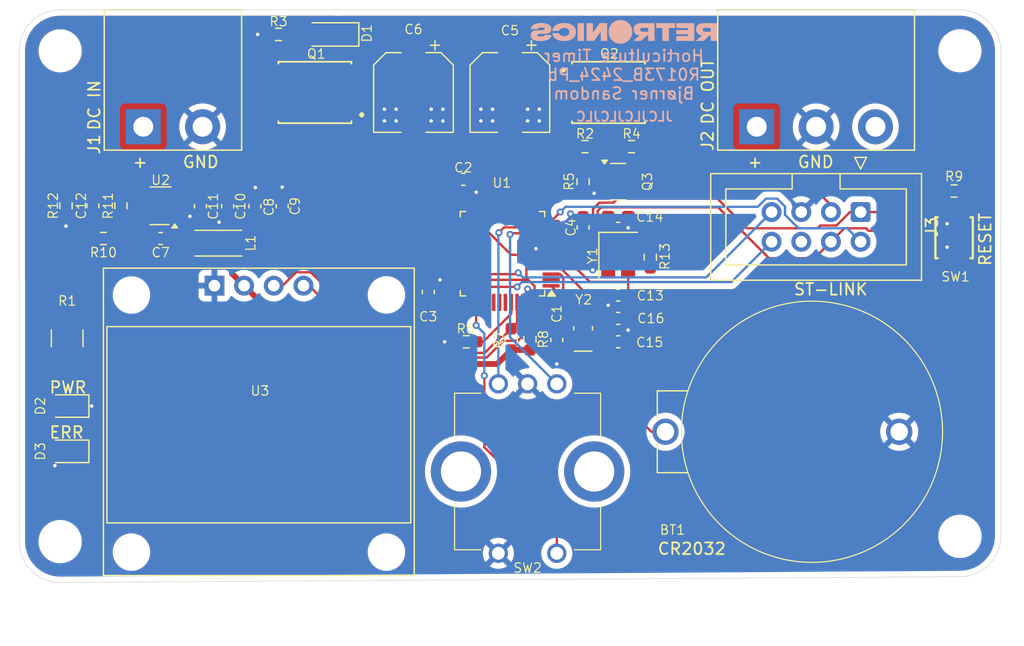
<source format=kicad_pcb>
(kicad_pcb (version 20240108) (generator "pcbnew") (generator_version "8.0")
  (layers (0 "F.Cu" signal) (31 "B.Cu" signal) (34 "B.Paste" user) (35 "F.Paste" user) (36 "B.SilkS" user "B.Silkscreen") (37 "F.SilkS" user "F.Silkscreen") (38 "B.Mask" user) (39 "F.Mask" user) (44 "Edge.Cuts" user))
  (net 0 "")
  (net 1 "GND")
  (net 2 "Net-(BT1-+)")
  (net 3 "+3.3V")
  (net 4 "+19V")
  (net 5 "Net-(U1-OSC_8M_A)")
  (net 6 "Net-(U1-OSC_8M_B)")
  (net 7 "Net-(U1-OSC32K_A)")
  (net 8 "Net-(U1-OSC32K_B)")
  (net 9 "Net-(D1-A)")
  (net 10 "Net-(D2-A)")
  (net 12 "PA2_TX2")
  (net 13 "PA14_SWCLK")
  (net 14 "PA13_SWDIO")
  (net 16 "PA3_RX2")
  (net 17 "~{RESET}")
  (net 18 "Net-(Q3-D)")
  (net 19 "OUTPUT_EN")
  (net 20 "Net-(U1-BOOT0)")
  (net 21 "SCL1")
  (net 22 "SDA1")
  (net 23 "ENC_SW")
  (net 24 "ENC_B")
  (net 25 "ENC_A")
  (net 32 "Net-(U2-SW)")
  (net 35 "Net-(U2-BOOT)")
  (net 46 "/DC IN")
  (net 47 "/DC OUT")
  (net 51 "Net-(Q2-G)")
  (net 52 "Net-(C12-Pad2)")
  (net 53 "Net-(U2-FB)")
  (footprint "Resistor_SMD:R_0603_1608Metric_Pad0.98x0.95mm_HandSolder" (layer "F.Cu") (at 79.5 54.2625 -90)
    (property "Reference" "R12")
    (property "Value" "22kΩ")
  )
  (footprint "LED_SMD:LED_0805_2012Metric_Pad1.15x1.40mm_HandSolder" (layer "F.Cu") (at 79.6 75.275 180)
    (property "Reference" "D3")
    (property "Value" "Red")
  )
  (footprint "Retronics_Passives:R_0603_1608Metric_Pad0.98x0.95mm_HandSolder" (layer "F.Cu") (at 119.2 65.6875 90)
    (property "Reference" "R8")
    (property "Value" "10kΩ")
  )
  (footprint "Capacitor_SMD:C_0603_1608Metric_Pad1.08x0.95mm_HandSolder" (layer "F.Cu") (at 87.6 57.0625 180)
    (property "Reference" "C7")
    (property "Value" "100nF")
  )
  (footprint "Retronics_Passives:R_0603_1608Metric_Pad0.98x0.95mm_HandSolder" (layer "F.Cu") (at 117.6 65.6875 90)
    (property "Reference" "R7")
    (property "Value" "10kΩ")
  )
  (footprint "Retronics_Passives:R_0603_1608Metric_Pad0.98x0.95mm_HandSolder" (layer "F.Cu") (at 155.5 53 180)
    (property "Reference" "R9")
    (property "Value" "10kΩ")
  )
  (footprint "Retronics_Passives:R_0603_1608Metric_Pad0.98x0.95mm_HandSolder" (layer "F.Cu") (at 97.6875 39.6 180)
    (property "Reference" "R3")
    (property "Value" "100kΩ")
  )
  (footprint "Retronics_Passives:C_0603_1608Metric_Pad1.08x0.95mm_HandSolder" (layer "F.Cu") (at 126.75 61.904)
    (property "Reference" "C13")
    (property "Value" "20pF")
  )
  (footprint "Retronics_Passives:R_0603_1608Metric_Pad0.98x0.95mm_HandSolder" (layer "F.Cu") (at 127.9 49.2)
    (property "Reference" "R4")
    (property "Value" "10kΩ")
  )
  (footprint "Retronics_Passives:C_0603_1608Metric_Pad1.08x0.95mm_HandSolder" (layer "F.Cu") (at 126.75 65.9)
    (property "Reference" "C15")
    (property "Value" "20pF")
  )
  (footprint "Retronics_Passives:C_0603_1608Metric_Pad1.08x0.95mm_HandSolder" (layer "F.Cu") (at 121.5 65.75 90)
    (property "Reference" "C1")
    (property "Value" "100nF")
  )
  (footprint "Capacitor_SMD:CP_Elec_6.3x7.7" (layer "F.Cu") (at 117.485932 44.565 -90)
    (property "Reference" "C5")
    (property "Value" "100µF 35V")
  )
  (footprint "Crystal:Crystal_SMD_3225-4Pin_3.2x2.5mm" (layer "F.Cu") (at 126.75 58.536 -90)
    (property "Reference" "Y1")
    (property "Value" "XC32M4-8.000 12pF")
  )
  (footprint "Retronics_Passives:R_0603_1608Metric_Pad0.98x0.95mm_HandSolder" (layer "F.Cu") (at 129.5 58.6625 -90)
    (property "Reference" "R13")
    (property "Value" "1MΩ")
  )
  (footprint "Package_TO_SOT_SMD:SOT-23-6_Handsoldering" (layer "F.Cu") (at 87.6 54.2625 180)
    (property "Reference" "U2")
    (property "Value" "TPS54302")
  )
  (footprint "Capacitor_SMD:C_0603_1608Metric_Pad1.08x0.95mm_HandSolder" (layer "F.Cu") (at 91 54.3 90)
    (property "Reference" "C11")
    (property "Value" "100nF")
  )
  (footprint "Retronics_Hardware:BS7" (layer "F.Cu") (at 150.8 73.6 180)
    (property "Reference" "BT1")
    (property "Value" "CR2032" (hide yes))
  )
  (footprint "LED_SMD:LED_0805_2012Metric_Pad1.15x1.40mm_HandSolder" (layer "F.Cu") (at 79.6 71.4 180)
    (property "Reference" "D2")
    (property "Value" "Green")
  )
  (footprint "Retronics_Passives:C_0603_1608Metric_Pad1.08x0.95mm_HandSolder" (layer "F.Cu") (at 110.5 61.6375 90)
    (property "Reference" "C3")
    (property "Value" "100nF")
  )
  (footprint "MountingHole:MountingHole_3.2mm_M3" (layer "F.Cu") (at 79 83)
    (property "Reference" "H3" (hide yes))
    (property "Value" "MountingHole")
  )
  (footprint "Retronics_Discrete:SON8_SI7135DP-T1-GE3_VIS" (layer "F.Cu") (at 100.8 44.565 180)
    (property "Reference" "Q1")
    (property "Value" "SI7145")
  )
  (footprint "Retronics_Connectors:Pluggable_DB2ERC-5.08-3P-BK" (layer "F.Cu") (at 138.61 47.5)
    (property "Reference" "J2")
    (property "Value" "Output")
  )
  (footprint "Inductor_SMD:L_Taiyo-Yuden_NR-20xx_HandSoldering" (layer "F.Cu") (at 92.525 57.4625)
    (property "Reference" "L1")
    (property "Value" "10µH 1A")
  )
  (footprint "Capacitor_SMD:C_0603_1608Metric_Pad1.08x0.95mm_HandSolder" (layer "F.Cu") (at 95.666666 54.3 -90)
    (property "Reference" "C8")
    (property "Value" "22µF 10V")
  )
  (footprint "Retronics_Passives:R_1210_3225Metric_Pad1.30x2.65mm_HandSolder" (layer "F.Cu") (at 79.6 65.6 -90)
    (property "Reference" "R1")
    (property "Value" "5.6kΩ 0.5W")
  )
  (footprint "Retronics_Discrete:SON8_SI7135DP-T1-GE3_VIS" (layer "F.Cu") (at 125.921 44.565)
    (property "Reference" "Q2")
    (property "Value" "SI7145")
  )
  (footprint "Retronics_Passives:C_0603_1608Metric_Pad1.08x0.95mm_HandSolder" (layer "F.Cu") (at 126.75 55.168 180)
    (property "Reference" "C14")
    (property "Value" "20pF")
  )
  (footprint "MountingHole:MountingHole_3.2mm_M3" (layer "F.Cu") (at 156 41)
    (property "Reference" "H2" (hide yes))
    (property "Value" "MountingHole")
  )
  (footprint "Retronics_Connectors:Pluggable_DB2ERC-5.08-2P-BK" (layer "F.Cu") (at 86.11 47.5)
    (property "Reference" "J1")
    (property "Value" "DC Input 19V")
  )
  (footprint "Retronics_Switches:SKTHACE010" (layer "F.Cu") (at 155.5 57 90)
    (property "Reference" "SW1")
    (property "Value" "RESET" (hide yes))
  )
  (footprint "Retronics_Passives:C_0603_1608Metric_Pad1.08x0.95mm_HandSolder" (layer "F.Cu") (at 123.75 56.1125 90)
    (property "Reference" "C4")
    (property "Value" "100nF")
  )
  (footprint "Retronics_Passives:C_0603_1608Metric_Pad1.08x0.95mm_HandSolder" (layer "F.Cu") (at 113.5 52)
    (property "Reference" "C2")
    (property "Value" "100nF")
  )
  (footprint "Retronics_Connectors:IDC-Header_2x04_P2.54mm_Vertical" (layer "F.Cu") (at 147.5 54.8 -90)
    (property "Reference" "J3")
    (property "Value" "SWDIO+Serial")
  )
  (footprint "Retronics_Passives:R_0603_1608Metric_Pad0.98x0.95mm_HandSolder" (layer "F.Cu") (at 123.75 52.2 -90)
    (property "Reference" "R5")
    (property "Value" "10kΩ")
  )
  (footprint "Package_TO_SOT_SMD:SOT-23" (layer "F.Cu") (at 126.75 52.2)
    (property "Reference" "Q3")
    (property "Value" "BSS138")
  )
  (footprint "Resistor_SMD:R_0603_1608Metric_Pad0.98x0.95mm_HandSolder" (layer "F.Cu") (at 84.2 54.2625 90)
    (property "Reference" "R11")
    (property "Value" "100kΩ")
  )
  (footprint "MountingHole:MountingHole_3.2mm_M3" (layer "F.Cu") (at 156 82.55)
    (property "Reference" "H4" (hide yes))
    (property "Value" "MountingHole")
  )
  (footprint "Retronics_Switches:PEC11R-4020F-S0012" (layer "F.Cu") (at 121.5 84 180)
    (property "Reference" "SW2")
    (property "Value" "PEC11R-4020F-S0012" (hide yes))
  )
  (footprint "Retronics_Passives:R_0603_1608Metric_Pad0.98x0.95mm_HandSolder" (layer "F.Cu") (at 123.9125 49.2)
    (property "Reference" "R2")
    (property "Value" "10kΩ")
  )
  (footprint "Retronics_Passives:R_0603_1608Metric_Pad0.98x0.95mm_HandSolder" (layer "F.Cu") (at 113.75 65.9)
    (property "Reference" "R6")
    (property "Value" "10kΩ")
  )
  (footprint "Crystal:Crystal_SMD_MicroCrystal_CC8V-T1A-2Pin_2.0x1.2mm_HandSoldering" (layer "F.Cu") (at 123.75 64.75 90)
    (property "Reference" "Y2")
    (property "Value" "CM8V-T1A-32.768KHZ-12.5PF")
  )
  (footprint "Capacitor_SMD:C_0603_1608Metric_Pad1.08x0.95mm_HandSolder" (layer "F.Cu") (at 81.8 54.2625 -90)
    (property "Reference" "C12")
    (property "Value" "75pF")
  )
  (footprint "Diode_SMD:D_SOD-123" (layer "F.Cu") (at 102.2 39.6 180)
    (property "Reference" "D1")
    (property "Value" "12V")
  )
  (footprint "Capacitor_SMD:CP_Elec_6.3x7.7" (layer "F.Cu") (at 109.235066 44.565 -90)
    (property "Reference" "C6")
    (property "Value" "100µF 35V")
  )
  (footprint "MountingHole:MountingHole_3.2mm_M3" (layer "F.Cu") (at 79 41)
    (property "Reference" "H1" (hide yes))
    (property "Value" "MountingHole")
  )
  (footprint "Package_QFP:LQFP-48_7x7mm_P0.5mm" (layer "F.Cu") (at 116.85 58.3625 180)
    (property "Reference" "U1")
    (property "Value" "STM32F103CBT")
  )
  (footprint "Retronics_Passives:C_0603_1608Metric_Pad1.08x0.95mm_HandSolder" (layer "F.Cu") (at 126.75 63.902 180)
    (property "Reference" "C16")
    (property "Value" "20pF")
  )
  (footprint "Capacitor_SMD:C_0603_1608Metric_Pad1.08x0.95mm_HandSolder" (layer "F.Cu") (at 98 54.3 -90)
    (property "Reference" "C9")
    (property "Value" "22µF 10V")
  )
  (footprint "Resistor_SMD:R_0603_1608Metric_Pad0.98x0.95mm_HandSolder" (layer "F.Cu") (at 82.7 57.0625 180)
    (property "Reference" "R10")
    (property "Value" "49.9Ω")
  )
  (footprint "Retronics_Displays:Display_OLED_0.96in_I2C" (layer "F.Cu") (at 92.2 61.1)
    (property "Reference" "U3")
    (property "Value" "Display_OLED_0.96_I2C")
  )
  (footprint "Capacitor_SMD:C_0603_1608Metric_Pad1.08x0.95mm_HandSolder" (layer "F.Cu") (at 93.333333 54.3 90)
    (property "Reference" "C10")
    (property "Value" "10µF 35V")
  )
  (footprint "Icons_Graphics:retronics_logo_18mm" (layer "B.Cu") (at 127.236435 39.35 180)
    (property "Reference" "G***" (hide yes))
    (property "Value" "LOGO" (hide yes))
  )
  (gr_arc (start 79 86.5) (mid 76.525126 85.474874) (end 75.5 83) (stroke (width 0.05)) (layer "Edge.Cuts"))
  (gr_line (start 75.5 83) (end 75.5 41) (stroke (width 0.05)) (layer "Edge.Cuts"))
  (gr_arc (start 159.5 82.5) (mid 158.474874 84.974874) (end 156 86) (stroke (width 0.05)) (layer "Edge.Cuts"))
  (gr_line (start 159.5 41) (end 159.5 82.5) (stroke (width 0.05)) (layer "Edge.Cuts"))
  (gr_arc (start 75.5 41) (mid 76.525126 38.525126) (end 79 37.5) (stroke (width 0.05)) (layer "Edge.Cuts"))
  (gr_line (start 79 37.5) (end 156 37.5) (stroke (width 0.05)) (layer "Edge.Cuts"))
  (gr_line (start 156 86) (end 79 86.5) (stroke (width 0.05)) (layer "Edge.Cuts"))
  (gr_arc (start 156 37.5) (mid 158.474874 38.525126) (end 159.5 41) (stroke (width 0.05)) (layer "Edge.Cuts"))
  (gr_text "Horticulture Timer\nR0173B_2424_Pb\nBjørner Sandom\n\n" (at 127.240714 46.85 0) (layer "B.SilkS") (effects (font (size 1 1)) (justify bottom mirror)))
  (gr_text "JLCJLCJLCJLC" (at 131.5 47.1 0) (layer "B.SilkS") (effects (font (size 0.8 0.8) (thickness 0.15) (bold yes)) (justify left bottom mirror)))
  (gr_text "+    GND" (at 85.125 51.1 0) (layer "F.SilkS") (effects (font (size 1 1)) (justify left bottom)))
  (gr_text "." (at 104.25 46.75 0) (layer "F.SilkS") (effects (font (size 1.5 1.5) (thickness 0.3) (bold yes)) (justify left bottom)))
  (gr_text "CR2032" (at 130.05 84.2 0) (layer "F.SilkS") (effects (font (size 1 1)) (justify left bottom)))
  (gr_text "DC IN" (at 82.50175 47.9 90) (layer "F.SilkS") (effects (font (size 1 1)) (justify left bottom)))
  (gr_text "PWR" (at 78 70.4 0) (layer "F.SilkS") (effects (font (size 1 1)) (justify left bottom)))
  (gr_text "ERR" (at 78 74.25 0) (layer "F.SilkS") (effects (font (size 1 1)) (justify left bottom)))
  (gr_text "+    GND" (at 137.75 51.1 0) (layer "F.SilkS") (effects (font (size 1 1)) (justify left bottom)))
  (gr_text "RESET" (at 158.75 59.5 90) (layer "F.SilkS") (effects (font (size 1 1)) (justify left bottom)))
  (gr_text "DC OUT" (at 135.00175 47.4 90) (layer "F.SilkS") (effects (font (size 1 1)) (justify left bottom)))
  (gr_text "." (at 121.5 42.9 0) (layer "F.SilkS") (effects (font (size 1.5 1.5) (thickness 0.3) (bold yes)) (justify left bottom)))
  (gr_text "ST-LINK" (at 141.7 62 0) (layer "F.SilkS") (effects (font (size 1 1)) (justify left bottom)))
  (segment (start 111.4875 60.6125) (end 110.6625 60.6125) (width 0.2) (layer "F.Cu") (net 1))
  (segment (start 125.8875 62.7625) (end 125.9 62.775) (width 0.2) (layer "F.Cu") (net 1))
  (segment (start 114.6 53.1) (end 114.6 54.2) (width 0.2) (layer "F.Cu") (net 1))
  (segment (start 88.95 55.2125) (end 90.05 55.2125) (width 0.5) (layer "F.Cu") (net 1))
  (segment (start 90.05 55.2125) (end 90.1 55.1625) (width 0.5) (layer "F.Cu") (net 1))
  (segment (start 123.75 55.25) (end 122.975 55.25) (width 0.2) (layer "F.Cu") (net 1))
  (segment (start 125.8125 53.15) (end 124.75 53.15) (width 0.2) (layer "F.Cu") (net 1))
  (segment (start 125.9 59.636) (end 124.689 59.636) (width 0.2) (layer "F.Cu") (net 1))
  (segment (start 78.575 75.275) (end 78.575 76.475) (width 0.2) (layer "F.Cu") (net 1))
  (segment (start 154.85 57.85) (end 154.9 57.8) (width 0.2) (layer "F.Cu") (net 1))
  (segment (start 154.85 55.75) (end 154.9 55.8) (width 0.2) (layer "F.Cu") (net 1))
  (segment (start 95.666666 53.4375) (end 95.666666 52.733334) (width 0.5) (layer "F.Cu") (net 1))
  (segment (start 110.6625 60.6125) (end 110.5 60.775) (width 0.2) (layer "F.Cu") (net 1))
  (segment (start 127.6 57.436) (end 127.6 56.15) (width 0.2) (layer "F.Cu") (net 1))
  (segment (start 127.6125 65.9) (end 127.6125 64.9125) (width 0.2) (layer "F.Cu") (net 1))
  (segment (start 127.6 56.15) (end 127.6 55.1805) (width 0.2) (layer "F.Cu") (net 1))
  (segment (start 154.85 58.975) (end 154.85 57.85) (width 0.2) (layer "F.Cu") (net 1))
  (segment (start 114.3625 52) (end 114.6 52.2375) (width 0.2) (layer "F.Cu") (net 1))
  (segment (start 112.8375 65.9) (end 111.9 65.9) (width 0.2) (layer "F.Cu") (net 1))
  (segment (start 114.6 52.2375) (end 114.6 53.1) (width 0.2) (layer "F.Cu") (net 1))
  (segment (start 90.95 55.2125) (end 91 55.1625) (width 0.5) (layer "F.Cu") (net 1))
  (segment (start 124.65 53.15) (end 123.7875 53.15) (width 0.2) (layer "F.Cu") (net 1))
  (segment (start 127.6 64.9) (end 127.6125 64.8875) (width 0.2) (layer "F.Cu") (net 1))
  (segment (start 124.75 53.15) (end 124.7 53.2) (width 0.2) (layer "F.Cu") (net 1))
  (segment (start 111.5 60.6) (end 111.4875 60.6125) (width 0.2) (layer "F.Cu") (net 1))
  (segment (start 124.689 59.636) (end 124.575 59.75) (width 0.2) (layer "F.Cu") (net 1))
  (segment (start 106.75 46) (end 111.75 46) (width 0.5) (layer "F.Cu") (net 1))
  (segment (start 127.6 55.1805) (end 127.6125 55.168) (width 0.2) (layer "F.Cu") (net 1))
  (segment (start 79.5 55.175) (end 79.5 56) (width 0.2) (layer "F.Cu") (net 1))
  (segment (start 115 46) (end 120 46) (width 0.5) (layer "F.Cu") (net 1))
  (segment (start 98 53.4375) (end 98 52.6625) (width 0.5) (layer "F.Cu") (net 1))
  (segment (start 119.1 61.488112) (end 119.1 62.525) (width 0.2) (layer "F.Cu") (net 1))
  (segment (start 112.6875 60.6125) (end 111.5125 60.6125) (width 0.2) (layer "F.Cu") (net 1))
  (segment (start 127.6125 64.9125) (end 127.6 64.9) (width 0.2) (layer "F.Cu") (net 1))
  (segment (start 154.85 55.025) (end 154.85 55.75) (width 0.2) (layer "F.Cu") (net 1))
  (segment (start 120.03603 57.6125) (end 119.711765 57.936765) (width 0.2) (layer "F.Cu") (net 1))
  (segment (start 124.7 53.2) (end 124.65 53.15) (width 0.2) (layer "F.Cu") (net 1))
  (segment (start 119 61.388112) (end 119.1 61.488112) (width 0.2) (layer "F.Cu") (net 1))
  (segment (start 127.6125 64.8875) (end 127.6125 63.902) (width 0.2) (layer "F.Cu") (net 1))
  (segment (start 80.625 71.4) (end 81.7 71.4) (width 0.2) (layer "F.Cu") (net 1))
  (segment (start 111.5125 60.6125) (end 111.5 60.6) (width 0.2) (layer "F.Cu") (net 1))
  (segment (start 121.5 66.6125) (end 121.5 67.8) (width 0.2) (layer "F.Cu") (net 1))
  (segment (start 121.0125 57.6125) (end 120.03603 57.6125) (width 0.2) (layer "F.Cu") (net 1))
  (segment (start 96.775 39.6) (end 95.9 39.6) (width 0.2) (layer "F.Cu") (net 1))
  (segment (start 93.333333 55.1625) (end 93.1 55.1625) (width 0.5) (layer "F.Cu") (net 1))
  (segment (start 106.75 47) (end 111.75 47) (width 0.5) (layer "F.Cu") (net 1))
  (segment (start 115 47) (end 120 47) (width 0.5) (layer "F.Cu") (net 1))
  (segment (start 125.8875 61.904) (end 125.8875 62.7625) (width 0.2) (layer "F.Cu") (net 1))
  (segment (start 123.7875 53.15) (end 123.75 53.1125) (width 0.2) (layer "F.Cu") (net 1))
  (segment (start 95.666666 52.733334) (end 95.7 52.7) (width 0.5) (layer "F.Cu") (net 1))
  (segment (start 122.975 55.25) (end 122.675 54.95) (width 0.2) (layer "F.Cu") (net 1))
  (segment (start 90.15 55.2125) (end 90.95 55.2125) (width 0.5) (layer "F.Cu") (net 1))
  (segment (start 78.575 76.475) (end 78.55 76.5) (width 0.2) (layer "F.Cu") (net 1))
  (segment (start 90.1 55.1625) (end 90.15 55.2125) (width 0.5) (layer "F.Cu") (net 1))
  (segment (start 93.1 55.1625) (end 92.6 55.6625) (width 0.5) (layer "F.Cu") (net 1))
  (via (at 107.75 47) (size 0.6) (drill 0.3) (layers "F.Cu" "B.Cu") (net 1))
  (via (at 111.75 46) (size 0.6) (drill 0.3) (layers "F.Cu" "B.Cu") (net 1))
  (via (at 119 61.388112) (size 0.6) (drill 0.3) (layers "F.Cu" "B.Cu") (net 1))
  (via (at 122.675 54.95) (size 0.6) (drill 0.3) (layers "F.Cu" "B.Cu") (net 1))
  (via (at 119 46) (size 0.6) (drill 0.3) (layers "F.Cu" "B.Cu") (net 1))
  (via (at 121.5 67.8) (size 0.6) (drill 0.3) (layers "F.Cu" "B.Cu") (net 1))
  (via (at 78.55 76.5) (size 0.6) (drill 0.3) (layers "F.Cu" "B.Cu") (net 1))
  (via (at 127.6 56.15) (size 0.6) (drill 0.3) (layers "F.Cu" "B.Cu") (net 1))
  (via (at 119.711765 57.936765) (size 0.6) (drill 0.3) (layers "F.Cu" "B.Cu") (net 1))
  (via (at 125.9 62.775) (size 0.6) (drill 0.3) (layers "F.Cu" "B.Cu") (net 1))
  (via (at 124.575 59.75) (size 0.6) (drill 0.3) (layers "F.Cu" "B.Cu") (net 1))
  (via (at 119 47) (size 0.6) (drill 0.3) (layers "F.Cu" "B.Cu") (net 1))
  (via (at 116 46) (size 0.6) (drill 0.3) (layers "F.Cu" "B.Cu") (net 1))
  (via (at 120 46) (size 0.6) (drill 0.3) (layers "F.Cu" "B.Cu") (net 1))
  (via (at 106.75 47) (size 0.6) (drill 0.3) (layers "F.Cu" "B.Cu") (net 1))
  (via (at 95.7 52.7) (size 0.6) (drill 0.3) (layers "F.Cu" "B.Cu") (net 1))
  (via (at 81.7 71.4) (size 0.6) (drill 0.3) (layers "F.Cu" "B.Cu") (net 1))
  (via (at 111.75 47) (size 0.6) (drill 0.3) (layers "F.Cu" "B.Cu") (net 1))
  (via (at 110.75 47) (size 0.6) (drill 0.3) (layers "F.Cu" "B.Cu") (net 1))
  (via (at 111.9 65.9) (size 0.6) (drill 0.3) (layers "F.Cu" "B.Cu") (net 1))
  (via (at 116 47) (size 0.6) (drill 0.3) (layers "F.Cu" "B.Cu") (net 1))
  (via (at 124.7 53.2) (size 0.6) (drill 0.3) (layers "F.Cu" "B.Cu") (net 1))
  (via (at 95.9 39.6) (size 0.6) (drill 0.3) (layers "F.Cu" "B.Cu") (net 1))
  (via (at 110.75 46) (size 0.6) (drill 0.3) (layers "F.Cu" "B.Cu") (net 1))
  (via (at 92.6 55.6625) (size 0.6) (drill 0.3) (layers "F.Cu" "B.Cu") (net 1))
  (via (at 90.1 55.1625) (size 0.6) (drill 0.3) (layers "F.Cu" "B.Cu") (net 1))
  (via (at 98 52.6625) (size 0.6) (drill 0.3) (layers "F.Cu" "B.Cu") (net 1))
  (via (at 107.75 46) (size 0.6) (drill 0.3) (layers "F.Cu" "B.Cu") (net 1))
  (via (at 127.6 64.9) (size 0.6) (drill 0.3) (layers "F.Cu" "B.Cu") (net 1))
  (via (at 111.5 60.6) (size 0.6) (drill 0.3) (layers "F.Cu" "B.Cu") (net 1))
  (via (at 154.9 55.8) (size 0.6) (drill 0.3) (layers "F.Cu" "B.Cu") (net 1))
  (via (at 114.6 53.1) (size 0.6) (drill 0.3) (layers "F.Cu" "B.Cu") (net 1))
  (via (at 79.5 56) (size 0.6) (drill 0.3) (layers "F.Cu" "B.Cu") (net 1))
  (via (at 120 47) (size 0.6) (drill 0.3) (layers "F.Cu" "B.Cu") (net 1))
  (via (at 106.75 46) (size 0.6) (drill 0.3) (layers "F.Cu" "B.Cu") (net 1))
  (via (at 115 46) (size 0.6) (drill 0.3) (layers "F.Cu" "B.Cu") (net 1))
  (via (at 115 47) (size 0.6) (drill 0.3) (layers "F.Cu" "B.Cu") (net 1))
  (via (at 154.9 57.8) (size 0.6) (drill 0.3) (layers "F.Cu" "B.Cu") (net 1))
  (segment (start 121.5 64.8875) (end 121.5 61.6) (width 0.2) (layer "F.Cu") (net 2))
  (segment (start 129.6 73.6) (end 130.8 73.6) (width 0.2) (layer "F.Cu") (net 2))
  (segment (start 122.275 66.275) (end 129.6 73.6) (width 0.2) (layer "F.Cu") (net 2))
  (segment (start 121.5 64.8875) (end 122.275 65.6625) (width 0.2) (layer "F.Cu") (net 2))
  (segment (start 121.5 61.6) (end 121.0125 61.1125) (width 0.2) (layer "F.Cu") (net 2))
  (segment (start 122.275 65.6625) (end 122.275 66.275) (width 0.2) (layer "F.Cu") (net 2))
  (segment (start 124.6 54.534314) (end 124.6 56.125) (width 0.2) (layer "F.Cu") (net 3))
  (segment (start 152.7875 54.8) (end 154.5875 53) (width 0.2) (layer "F.Cu") (net 3))
  (segment (start 93.7 58.7625) (end 93.7 60.06) (width 0.5) (layer "F.Cu") (net 3))
  (segment (start 85.3125 58.7625) (end 93.7 58.7625) (width 0.2) (layer "F.Cu") (net 3))
  (segment (start 143.81 56.19) (end 137.79 56.19) (width 0.2) (layer "F.Cu") (net 3))
  (segment (start 111.2 62.5) (end 110.5 62.5) (width 0.2) (layer "F.Cu") (net 3))
  (segment (start 112.6875 61.1125) (end 113.45741 61.1125) (width 0.2) (layer "F.Cu") (net 3))
  (segment (start 121.0125 57.1125) (end 119.6875 57.1125) (width 0.2) (layer "F.Cu") (net 3))
  (segment (start 117.6 66.6) (end 116.4 67.8) (width 0.5) (layer "F.Cu") (net 3))
  (segment (start 124.6 56.125) (end 123.75 56.975) (width 0.2) (layer "F.Cu") (net 3))
  (segment (start 120.3 65.5) (end 120.3 63.125) (width 0.5) (layer "F.Cu") (net 3))
  (segment (start 126.690552 53.65) (end 126.347552 53.993) (width 0.2) (layer "F.Cu") (net 3))
  (segment (start 125.141314 53.993) (end 124.6 54.534314) (width 0.2) (layer "F.Cu") (net 3))
  (segment (start 137.79 56.19) (end 135.25 53.65) (width 0.2) (layer "F.Cu") (net 3))
  (segment (start 119.6875 57.1125) (end 118.9 57.9) (width 0.2) (layer "F.Cu") (net 3))
  (segment (start 119.6 61.139583) (end 119.060417 60.6) (width 0.2) (layer "F.Cu") (net 3))
  (segment (start 93.7 57.129166) (end 95.666666 55.1625) (width 0.5) (layer "F.Cu") (net 3))
  (segment (start 116.4 67.8) (end 101.44 67.8) (width 0.5) (layer "F.Cu") (net 3))
  (segment (start 93.7 60.06) (end 94.74 61.1) (width 0.5) (layer "F.Cu") (net 3))
  (segment (start 113.96991 60.6) (end 118.9 60.6) (width 0.2) (layer "F.Cu") (net 3))
  (segment (start 119.060417 60.6) (end 118.9 60.6) (width 0.2) (layer "F.Cu") (net 3))
  (segment (start 95.666666 55.1625) (end 98 55.1625) (width 0.5) (layer "F.Cu") (net 3))
  (segment (start 112.6375 52) (end 112.6375 52.7375) (width 0.2) (layer "F.Cu") (net 3))
  (segment (start 144.05 55.95) (end 143.81 56.19) (width 0.2) (layer "F.Cu") (net 3))
  (segment (start 126.347552 53.993) (end 125.141314 53.993) (width 0.2) (layer "F.Cu") (net 3))
  (segment (start 83.6125 57.0625) (end 85.3125 58.7625) (width 0.2) (layer "F.Cu") (net 3))
  (segment (start 147.5 54.8) (end 152.7875 54.8) (width 0.2) (layer "F.Cu") (net 3))
  (segment (start 112.5875 61.1125) (end 111.2 62.5) (width 0.2) (layer "F.Cu") (net 3))
  (segment (start 119.2 66.6) (end 117.6 66.6) (width 0.5) (layer "F.Cu") (net 3))
  (segment (start 119.6 62.525) (end 119.6 61.139583) (width 0.2) (layer "F.Cu") (net 3))
  (segment (start 114.1 54.2) (end 114.1 54.96991) (width 0.2) (layer "F.Cu") (net 3))
  (segment (start 114.1 54.96991) (end 117.58518 58.45509) (width 0.2) (layer "F.Cu") (net 3))
  (segment (start 117.58518 58.45509) (end 118.9 58.45509) (width 0.2) (layer "F.Cu") (net 3))
  (segment (start 101.44 67.8) (end 94.74 61.1) (width 0.5) (layer "F.Cu") (net 3))
  (segment (start 120.3 63.125) (end 119.7 62.525) (width 0.5) (layer "F.Cu") (net 3))
  (segment (start 145.436346 55.95) (end 144.05 55.95) (width 0.2) (layer "F.Cu") (net 3))
  (segment (start 118.9 57.9) (end 118.9 58.45509) (width 0.2) (layer "F.Cu") (net 3))
  (segment (start 93.7 57.4625) (end 93.7 57.129166) (width 0.5) (layer "F.Cu") (net 3))
  (segment (start 118.9 58.45509) (end 118.9 60.6) (width 0.2) (layer "F.Cu") (net 3))
  (segment (start 146.586346 54.8) (end 145.436346 55.95) (width 0.2) (layer "F.Cu") (net 3))
  (segment (start 147.5 54.8) (end 146.586346 54.8) (width 0.2) (layer "F.Cu") (net 3))
  (segment (start 123.6125 57.1125) (end 123.75 56.975) (width 0.2) (layer "F.Cu") (net 3))
  (segment (start 93.7 57.4625) (end 93.7 58.7625) (width 0.5) (layer "F.Cu") (net 3))
  (segment (start 112.6875 61.1125) (end 112.5875 61.1125) (width 0.2) (layer "F.Cu") (net 3))
  (segment (start 135.25 53.65) (end 126.690552 53.65) (width 0.2) (layer "F.Cu") (net 3))
  (segment (start 113.45741 61.1125) (end 113.96991 60.6) (width 0.2) (layer "F.Cu") (net 3))
  (segment (start 112.6375 52.7375) (end 114.1 54.2) (width 0.2) (layer "F.Cu") (net 3))
  (segment (start 119.2 66.6) (end 120.3 65.5) (width 0.5) (layer "F.Cu") (net 3))
  (segment (start 121.0125 57.1125) (end 123.6125 57.1125) (width 0.2) (layer "F.Cu") (net 3))
  (segment (start 95.4 51.5) (end 95.6 51.3) (width 0.5) (layer "F.Cu") (net 4))
  (segment (start 102.4 51.3) (end 102.6 51.3) (width 0.5) (layer "F.Cu") (net 4))
  (segment (start 93.4625 53.4375) (end 95.4 51.5) (width 0.5) (layer "F.Cu") (net 4))
  (segment (start 88.95 53.3125) (end 93.208333 53.3125) (width 0.5) (layer "F.Cu") (net 4))
  (segment (start 95.6 51.3) (end 102.4 51.3) (width 0.5) (layer "F.Cu") (net 4))
  (segment (start 93.333333 53.4375) (end 93.4625 53.4375) (width 0.5) (layer "F.Cu") (net 4))
  (segment (start 102.6 51.3) (end 103.7 50.2) (width 0.5) (layer "F.Cu") (net 4))
  (segment (start 93.208333 53.3125) (end 93.333333 53.4375) (width 0.5) (layer "F.Cu") (net 4))
  (segment (start 127.661 59.575) (end 127.6 59.636) (width 0.2) (layer "F.Cu") (net 5))
  (segment (start 122.6625 59.1125) (end 124.325 60.775) (width 0.2) (layer "F.Cu") (net 5))
  (segment (start 124.325 60.775) (end 127.6125 60.775) (width 0.2) (layer "F.Cu") (net 5))
  (segment (start 127.6125 60.775) (end 127.6125 59.6485) (width 0.2) (layer "F.Cu") (net 5))
  (segment (start 129.5 59.575) (end 127.661 59.575) (width 0.2) (layer "F.Cu") (net 5))
  (segment (start 121.0125 59.1125) (end 122.6625 59.1125) (width 0.2) (layer "F.Cu") (net 5))
  (segment (start 127.6125 59.6485) (end 127.6 59.636) (width 0.2) (layer "F.Cu") (net 5))
  (segment (start 127.6125 61.904) (end 127.6125 60.775) (width 0.2) (layer "F.Cu") (net 5))
  (segment (start 128.814 58.436) (end 126.561 58.436) (width 0.2) (layer "F.Cu") (net 6))
  (segment (start 125.9 55.1805) (end 125.8875 55.168) (width 0.2) (layer "F.Cu") (net 6))
  (segment (start 124.7235 58.6125) (end 121.0125 58.6125) (width 0.2) (layer "F.Cu") (net 6))
  (segment (start 125.9 57.436) (end 124.7235 58.6125) (width 0.2) (layer "F.Cu") (net 6))
  (segment (start 126.561 58.436) (end 125.9 57.775) (width 0.2) (layer "F.Cu") (net 6))
  (segment (start 125.9 57.775) (end 125.9 57.436) (width 0.2) (layer "F.Cu") (net 6))
  (segment (start 129.5 57.75) (end 128.814 58.436) (width 0.2) (layer "F.Cu") (net 6))
  (segment (start 125.9 57.436) (end 125.9 55.1805) (width 0.2) (layer "F.Cu") (net 6))
  (segment (start 122.05 60.38009) (end 121.78241 60.1125) (width 0.2) (layer "F.Cu") (net 7))
  (segment (start 122.05 64.1) (end 122.05 60.38009) (width 0.2) (layer "F.Cu") (net 7))
  (segment (start 125.9375 65.9) (end 123.85 65.9) (width 0.2) (layer "F.Cu") (net 7))
  (segment (start 123.75 65.8) (end 122.05 64.1) (width 0.2) (layer "F.Cu") (net 7))
  (segment (start 123.85 65.9) (end 123.75 65.8) (width 0.2) (layer "F.Cu") (net 7))
  (segment (start 121.78241 60.1125) (end 121.0125 60.1125) (width 0.2) (layer "F.Cu") (net 7))
  (segment (start 125.8875 63.902) (end 123.952 63.902) (width 0.2) (layer "F.Cu") (net 8))
  (segment (start 121.05 59.65) (end 121.885596 59.65) (width 0.2) (layer "F.Cu") (net 8))
  (segment (start 123.952 63.902) (end 123.75 63.7) (width 0.2) (layer "F.Cu") (net 8))
  (segment (start 121.0125 59.6125) (end 121.05 59.65) (width 0.2) (layer "F.Cu") (net 8))
  (segment (start 121.885596 59.65) (end 123.75 61.514404) (width 0.2) (layer "F.Cu") (net 8))
  (segment (start 123.75 61.514404) (end 123.75 63.7) (width 0.2) (layer "F.Cu") (net 8))
  (segment (start 103.721 42.66) (end 103.61 42.66) (width 0.2) (layer "F.Cu") (net 9))
  (segment (start 103.61 42.66) (end 100.55 39.6) (width 0.2) (layer "F.Cu") (net 9))
  (segment (start 98.6 39.6) (end 100.55 39.6) (width 0.2) (layer "F.Cu") (net 9))
  (segment (start 80.625 75.275) (end 80.625 73.45) (width 0.2) (layer "F.Cu") (net 10))
  (segment (start 78.575 68.175) (end 79.6 67.15) (width 0.2) (layer "F.Cu") (net 10))
  (segment (start 78.575 71.4) (end 78.575 68.175) (width 0.2) (layer "F.Cu") (net 10))
  (segment (start 80.625 73.45) (end 78.575 71.4) (width 0.2) (layer "F.Cu") (net 10))
  (segment (start 121.0125 55.5875) (end 121.8 54.8) (width 0.2) (layer "F.Cu") (net 12))
  (segment (start 121.0125 55.6125) (end 121.0125 55.5875) (width 0.2) (layer "F.Cu") (net 12))
  (via (at 121.8 54.8) (size 0.6) (drill 0.3) (layers "F.Cu" "B.Cu") (net 12))
  (segment (start 141.03 54.323654) (end 140.356346 53.65) (width 0.2) (layer "B.Cu") (net 12))
  (segment (start 140.356346 53.65) (end 139.403654 53.65) (width 0.2) (layer "B.Cu") (net 12))
  (segment (start 141.03 55.036346) (end 141.03 54.323654) (width 0.2) (layer "B.Cu") (net 12))
  (segment (start 142.183654 56.19) (end 141.03 55.036346) (width 0.2) (layer "B.Cu") (net 12))
  (segment (start 138.703654 54.35) (end 122.25 54.35) (width 0.2) (layer "B.Cu") (net 12))
  (segment (start 147.5 57.34) (end 146.35 56.19) (width 0.2) (layer "B.Cu") (net 12))
  (segment (start 139.403654 53.65) (end 138.703654 54.35) (width 0.2) (layer "B.Cu") (net 12))
  (segment (start 146.35 56.19) (end 142.183654 56.19) (width 0.2) (layer "B.Cu") (net 12))
  (segment (start 122.25 54.35) (end 121.8 54.8) (width 0.2) (layer "B.Cu") (net 12))
  (segment (start 114.1 61.75509) (end 114.65509 61.2) (width 0.2) (layer "F.Cu") (net 13))
  (segment (start 114.65509 61.2) (end 118.1 61.2) (width 0.2) (layer "F.Cu") (net 13))
  (segment (start 114.1 62.525) (end 114.1 61.75509) (width 0.2) (layer "F.Cu") (net 13))
  (via (at 118.1 61.2) (size 0.6) (drill 0.3) (layers "F.Cu" "B.Cu") (net 13))
  (segment (start 118.1 61.2) (end 118.511888 60.788112) (width 0.2) (layer "B.Cu") (net 13))
  (segment (start 118.511888 60.788112) (end 136.431888 60.788112) (width 0.2) (layer "B.Cu") (net 13))
  (segment (start 136.431888 60.788112) (end 139.88 57.34) (width 0.2) (layer "B.Cu") (net 13))
  (segment (start 118.2 60) (end 118.0875 60.1125) (width 0.2) (layer "F.Cu") (net 14))
  (segment (start 118.0875 60.1125) (end 112.6875 60.1125) (width 0.2) (layer "F.Cu") (net 14))
  (via (at 118.2 60) (size 0.6) (drill 0.3) (layers "F.Cu" "B.Cu") (net 14))
  (segment (start 134.291888 60.388112) (end 139.88 54.8) (width 0.2) (layer "B.Cu") (net 14))
  (segment (start 118.588112 60.388112) (end 134.291888 60.388112) (width 0.2) (layer "B.Cu") (net 14))
  (segment (start 118.2 60) (end 118.588112 60.388112) (width 0.2) (layer "B.Cu") (net 14))
  (segment (start 144.96 54.8) (end 144.96 54.21) (width 0.2) (layer "F.Cu") (net 16))
  (segment (start 121.6 52.2) (end 119.6 54.2) (width 0.2) (layer "F.Cu") (net 16))
  (segment (start 128.515552 52.75) (end 128.465552 52.8) (width 0.2) (layer "F.Cu") (net 16))
  (segment (start 128.465552 52.8) (end 126.909448 52.8) (width 0.2) (layer "F.Cu") (net 16))
  (segment (start 143.5 52.75) (end 128.515552 52.75) (width 0.2) (layer "F.Cu") (net 16))
  (segment (start 126.309448 52.2) (end 121.6 52.2) (width 0.2) (layer "F.Cu") (net 16))
  (segment (start 126.909448 52.8) (end 126.309448 52.2) (width 0.2) (layer "F.Cu") (net 16))
  (segment (start 144.96 54.21) (end 143.5 52.75) (width 0.2) (layer "F.Cu") (net 16))
  (segment (start 124.4875 58.1125) (end 121.0125 58.1125) (width 0.2) (layer "F.Cu") (net 17))
  (segment (start 146.11 56.19) (end 147.976346 56.19) (width 0.2) (layer "F.Cu") (net 17))
  (segment (start 156.15 56.4) (end 156.15 55.025) (width 0.2) (layer "F.Cu") (net 17))
  (segment (start 139.663654 58.75) (end 135.306654 54.393) (width 0.2) (layer "F.Cu") (net 17))
  (segment (start 125 54.7) (end 125 57.6) (width 0.2) (layer "F.Cu") (net 17))
  (segment (start 144.96 57.34) (end 143.55 58.75) (width 0.2) (layer "F.Cu") (net 17))
  (segment (start 144.96 57.34) (end 146.11 56.19) (width 0.2) (layer "F.Cu") (net 17))
  (segment (start 147.976346 56.19) (end 148.186346 56.4) (width 0.2) (layer "F.Cu") (net 17))
  (segment (start 156.15 55.025) (end 156.15 53.2625) (width 0.2) (layer "F.Cu") (net 17))
  (segment (start 125.307 54.393) (end 125 54.7) (width 0.2) (layer "F.Cu") (net 17))
  (segment (start 148.186346 56.4) (end 156.15 56.4) (width 0.2) (layer "F.Cu") (net 17))
  (segment (start 143.55 58.75) (end 139.663654 58.75) (width 0.2) (layer "F.Cu") (net 17))
  (segment (start 156.15 58.975) (end 156.15 56.4) (width 0.2) (layer "F.Cu") (net 17))
  (segment (start 125 57.6) (end 124.4875 58.1125) (width 0.2) (layer "F.Cu") (net 17))
  (segment (start 135.306654 54.393) (end 125.307 54.393) (width 0.2) (layer "F.Cu") (net 17))
  (segment (start 156.15 53.2625) (end 156.4125 53) (width 0.2) (layer "F.Cu") (net 17))
  (segment (start 127.6875 52.2) (end 128.8125 51.075) (width 0.2) (layer "F.Cu") (net 18))
  (segment (start 128.8125 51.075) (end 128.8125 49.2) (width 0.2) (layer "F.Cu") (net 18))
  (segment (start 121.24259 51.2875) (end 123.75 51.2875) (width 0.2) (layer "F.Cu") (net 19))
  (segment (start 119.1 54.2) (end 119.1 53.43009) (width 0.2) (layer "F.Cu") (net 19))
  (segment (start 125.8125 51.25) (end 123.7875 51.25) (width 0.2) (layer "F.Cu") (net 19))
  (segment (start 123.7875 51.25) (end 123.75 51.2875) (width 0.2) (layer "F.Cu") (net 19))
  (segment (start 119.1 53.43009) (end 121.24259 51.2875) (width 0.2) (layer "F.Cu") (net 19))
  (segment (start 117.6 63.5) (end 117.6 62.525) (width 0.2) (layer "F.Cu") (net 20))
  (segment (start 115.2 65.9) (end 117.6 63.5) (width 0.2) (layer "F.Cu") (net 20))
  (segment (start 114.6625 65.9) (end 115.2 65.9) (width 0.2) (layer "F.Cu") (net 20))
  (segment (start 116.771814 65.4125) (end 115.334314 66.85) (width 0.2) (layer "F.Cu") (net 21))
  (segment (start 118.1 62.525) (end 118.1 64.275) (width 0.2) (layer "F.Cu") (net 21))
  (segment (start 116.9625 65.4125) (end 116.771814 65.4125) (width 0.2) (layer "F.Cu") (net 21))
  (segment (start 100.45 59.95) (end 99.18 59.95) (width 0.2) (layer "F.Cu") (net 21))
  (segment (start 115.334314 66.85) (end 107.35 66.85) (width 0.2) (layer "F.Cu") (net 21))
  (segment (start 117.6 64.775) (end 116.9625 65.4125) (width 0.2) (layer "F.Cu") (net 21))
  (segment (start 99.18 59.95) (end 98.03 61.1) (width 0.2) (layer "F.Cu") (net 21))
  (segment (start 118.1 64.275) (end 117.6 64.775) (width 0.2) (layer "F.Cu") (net 21))
  (segment (start 107.35 66.85) (end 100.45 59.95) (width 0.2) (layer "F.Cu") (net 21))
  (segment (start 106.45 67.25) (end 115.5 67.25) (width 0.2) (layer "F.Cu") (net 22))
  (segment (start 100.57 61.33) (end 100.55 61.35) (width 0.2) (layer "F.Cu") (net 22))
  (segment (start 100.57 61.1) (end 100.57 61.33) (width 0.2) (layer "F.Cu") (net 22))
  (segment (start 100.55 61.35) (end 106.45 67.25) (width 0.2) (layer "F.Cu") (net 22))
  (segment (start 118.6 62.525) (end 118.6 64.175) (width 0.2) (layer "F.Cu") (net 22))
  (segment (start 118.1625 65.8125) (end 119.2 64.775) (width 0.2) (layer "F.Cu") (net 22))
  (segment (start 116.9375 65.8125) (end 118.1625 65.8125) (width 0.2) (layer "F.Cu") (net 22))
  (segment (start 115.5 67.25) (end 116.9375 65.8125) (width 0.2) (layer "F.Cu") (net 22))
  (segment (start 118.6 64.175) (end 119.2 64.775) (width 0.2) (layer "F.Cu") (net 22))
  (segment (start 121.5 84) (end 121.5 81.126357) (width 0.2) (layer "F.Cu") (net 23))
  (segment (start 114.6 64.5) (end 114.6 62.525) (width 0.2) (layer "F.Cu") (net 23))
  (segment (start 121.5 81.126357) (end 115.3 74.926357) (width 0.2) (layer "F.Cu") (net 23))
  (segment (start 115.3 74.926357) (end 115.3 68.8) (width 0.2) (layer "F.Cu") (net 23))
  (via (at 115.3 68.8) (size 0.6) (drill 0.3) (layers "F.Cu" "B.Cu") (net 23))
  (via (at 114.6 64.5) (size 0.6) (drill 0.3) (layers "F.Cu" "B.Cu") (net 23))
  (segment (start 115.3 65.2) (end 114.6 64.5) (width 0.2) (layer "B.Cu") (net 23))
  (segment (start 115.3 68.8) (end 115.3 65.2) (width 0.2) (layer "B.Cu") (net 23))
  (segment (start 116.53931 56.56069) (end 116.9875 56.1125) (width 0.2) (layer "F.Cu") (net 24))
  (segment (start 116.9875 56.1125) (end 121.0125 56.1125) (width 0.2) (layer "F.Cu") (net 24))
  (via (at 116.53931 56.56069) (size 0.6) (drill 0.3) (layers "F.Cu" "B.Cu") (net 24))
  (segment (start 116.5 56.6) (end 116.53931 56.56069) (width 0.2) (layer "B.Cu") (net 24))
  (segment (start 116.5 69.5) (end 116.5 56.6) (width 0.2) (layer "B.Cu") (net 24))
  (segment (start 117.5 56.7125) (end 117.6 56.6125) (width 0.2) (layer "F.Cu") (net 25))
  (segment (start 117.6 56.6125) (end 121.0125 56.6125) (width 0.2) (layer "F.Cu") (net 25))
  (via (at 117.5 56.7125) (size 0.6) (drill 0.3) (layers "F.Cu" "B.Cu") (net 25))
  (segment (start 121.5 69.5) (end 117.5 65.5) (width 0.2) (layer "B.Cu") (net 25))
  (segment (start 117.5 65.5) (end 117.5 56.7125) (width 0.2) (layer "B.Cu") (net 25))
  (segment (start 87.72 54.712501) (end 87.72 56.32) (width 0.5) (layer "F.Cu") (net 32))
  (segment (start 88.170001 54.2625) (end 87.72 54.712501) (width 0.5) (layer "F.Cu") (net 32))
  (segment (start 90.95 57.0625) (end 91.35 57.4625) (width 0.5) (layer "F.Cu") (net 32))
  (segment (start 88.95 54.2625) (end 88.170001 54.2625) (width 0.5) (layer "F.Cu") (net 32))
  (segment (start 88.4625 57.0625) (end 90.95 57.0625) (width 0.5) (layer "F.Cu") (net 32))
  (segment (start 87.72 56.32) (end 88.4625 57.0625) (width 0.5) (layer "F.Cu") (net 32))
  (segment (start 86.25 55.2125) (end 86.7375 55.7) (width 0.2) (layer "F.Cu") (net 35))
  (segment (start 86.7375 55.7) (end 86.7375 57.0625) (width 0.2) (layer "F.Cu") (net 35))
  (segment (start 76.1 60.55) (end 76.1 50.4) (width 0.2) (layer "F.Cu") (net 46))
  (segment (start 79.6 64.05) (end 76.1 60.55) (width 0.2) (layer "F.Cu") (net 46))
  (segment (start 123.72 46.47) (end 123 46.47) (width 0.2) (layer "F.Cu") (net 51))
  (segment (start 124.825 47.575) (end 123.72 46.47) (width 0.2) (layer "F.Cu") (net 51))
  (segment (start 124.825 49.2) (end 124.825 47.575) (width 0.2) (layer "F.Cu") (net 51))
  (segment (start 126.9875 49.2) (end 124.825 49.2) (width 0.2) (layer "F.Cu") (net 51))
  (segment (start 84.2 55.175) (end 81.85 55.175) (width 0.2) (layer "F.Cu") (net 52))
  (segment (start 81.85 55.175) (end 81.8 55.125) (width 0.2) (layer "F.Cu") (net 52))
  (segment (start 81.7875 55.1375) (end 81.8 55.125) (width 0.2) (layer "F.Cu") (net 52))
  (segment (start 81.7875 57.0625) (end 81.7875 55.1375) (width 0.2) (layer "F.Cu") (net 52))
  (segment (start 84.2 53.35) (end 81.85 53.35) (width 0.2) (layer "F.Cu") (net 53))
  (segment (start 81.85 53.35) (end 81.8 53.4) (width 0.2) (layer "F.Cu") (net 53))
  (segment (start 81.8 53.4) (end 79.55 53.4) (width 0.2) (layer "F.Cu") (net 53))
  (segment (start 79.55 53.4) (end 79.5 53.35) (width 0.2) (layer "F.Cu") (net 53))
  (segment (start 86.25 53.3125) (end 84.2375 53.3125) (width 0.2) (layer "F.Cu") (net 53))
  (segment (start 84.2375 53.3125) (end 84.2 53.35) (width 0.2) (layer "F.Cu") (net 53))
  (zone (net 47) (net_name "/DC OUT") (layer "F.Cu") (priority 3) (connect_pads yes (clearance 0.5)) (min_thickness 0.25) (fill yes (thermal_gap 0.5) (thermal_bridge_width 0.5))
    (polygon (pts (xy 124.5 37.5) (xy 159.5 37.5) (xy 159.5 50.5) (xy 124.5 50.5)))
  )
  (zone (net 46) (net_name "/DC IN") (layer "F.Cu") (priority 1) (connect_pads yes (clearance 0.5)) (min_thickness 0.25) (fill yes (thermal_gap 0.5) (thermal_bridge_width 0.5))
    (polygon (pts (xy 75.5 37.5) (xy 102.5 37.5) (xy 102.5 50.5) (xy 75.5 50.5)))
  )
  (zone (net 4) (net_name "+19V") (layer "F.Cu") (priority 2) (connect_pads (clearance 0.5)) (min_thickness 0.25) (fill yes (thermal_gap 0.5) (thermal_bridge_width 0.5))
    (polygon (pts (xy 103 37.5) (xy 124 37.5) (xy 124 50.5) (xy 103 50.5)))
  )
  (zone (net 1) (net_name "GND") (layer "B.Cu") (connect_pads (clearance 0.5)) (min_thickness 0.25) (fill yes (thermal_gap 0.5) (thermal_bridge_width 0.5))
    (polygon (pts (xy 75.5 37.5) (xy 159.5 37.5) (xy 159.5 86) (xy 75.5 86.5)))
  )
)
</source>
